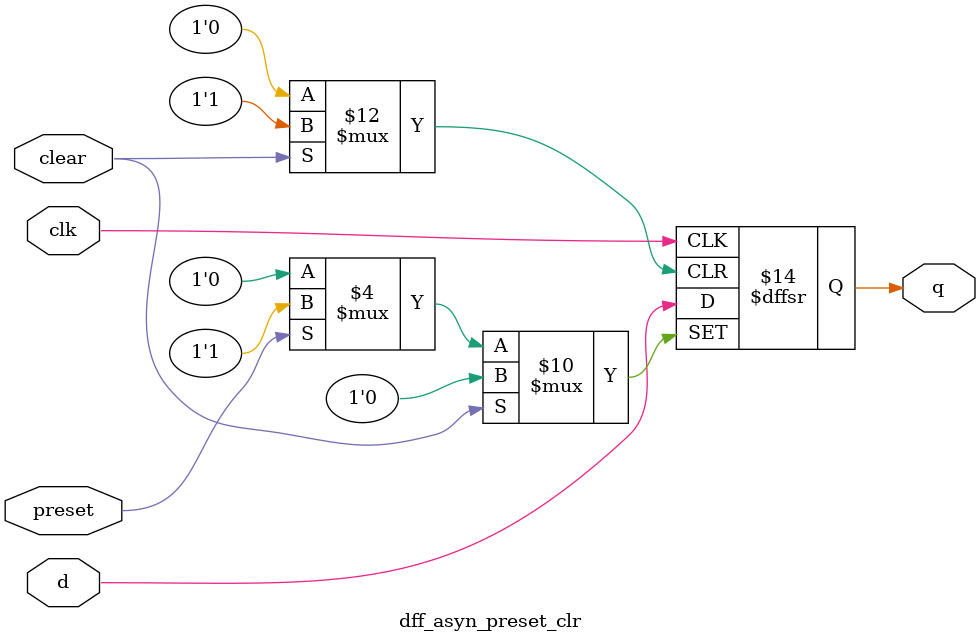
<source format=v>
module dff_asyn_preset_clr(
	input clk,
	input d,
	input preset,
	input clear,
	output reg q
);

always@(posedge clk or posedge preset or posedge clear)begin
	if(clear)
		q<=1'b0;
	else if(preset)
		q<=1'b1;
	else
		q<=d;
end
endmodule



</source>
